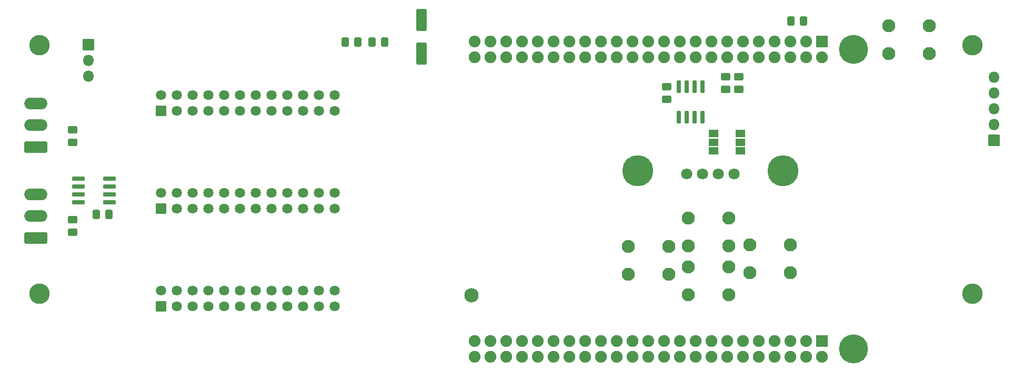
<source format=gbr>
%TF.GenerationSoftware,KiCad,Pcbnew,(6.0.7)*%
%TF.CreationDate,2022-08-24T09:29:56-04:00*%
%TF.ProjectId,BBB_16_Flex,4242425f-3136-45f4-966c-65782e6b6963,v2*%
%TF.SameCoordinates,Original*%
%TF.FileFunction,Soldermask,Top*%
%TF.FilePolarity,Negative*%
%FSLAX46Y46*%
G04 Gerber Fmt 4.6, Leading zero omitted, Abs format (unit mm)*
G04 Created by KiCad (PCBNEW (6.0.7)) date 2022-08-24 09:29:56*
%MOMM*%
%LPD*%
G01*
G04 APERTURE LIST*
G04 Aperture macros list*
%AMRoundRect*
0 Rectangle with rounded corners*
0 $1 Rounding radius*
0 $2 $3 $4 $5 $6 $7 $8 $9 X,Y pos of 4 corners*
0 Add a 4 corners polygon primitive as box body*
4,1,4,$2,$3,$4,$5,$6,$7,$8,$9,$2,$3,0*
0 Add four circle primitives for the rounded corners*
1,1,$1+$1,$2,$3*
1,1,$1+$1,$4,$5*
1,1,$1+$1,$6,$7*
1,1,$1+$1,$8,$9*
0 Add four rect primitives between the rounded corners*
20,1,$1+$1,$2,$3,$4,$5,0*
20,1,$1+$1,$4,$5,$6,$7,0*
20,1,$1+$1,$6,$7,$8,$9,0*
20,1,$1+$1,$8,$9,$2,$3,0*%
G04 Aperture macros list end*
%ADD10RoundRect,0.301000X-0.550000X1.500000X-0.550000X-1.500000X0.550000X-1.500000X0.550000X1.500000X0*%
%ADD11RoundRect,0.300999X-0.325001X-0.450001X0.325001X-0.450001X0.325001X0.450001X-0.325001X0.450001X0*%
%ADD12C,5.000000*%
%ADD13C,1.802000*%
%ADD14RoundRect,0.051000X0.850000X0.850000X-0.850000X0.850000X-0.850000X-0.850000X0.850000X-0.850000X0*%
%ADD15O,1.802000X1.802000*%
%ADD16C,3.302000*%
%ADD17RoundRect,0.300999X-0.450001X0.325001X-0.450001X-0.325001X0.450001X-0.325001X0.450001X0.325001X0*%
%ADD18RoundRect,0.300999X0.450001X-0.325001X0.450001X0.325001X-0.450001X0.325001X-0.450001X-0.325001X0*%
%ADD19RoundRect,0.201000X0.150000X-0.825000X0.150000X0.825000X-0.150000X0.825000X-0.150000X-0.825000X0*%
%ADD20RoundRect,0.301000X1.550000X-0.650000X1.550000X0.650000X-1.550000X0.650000X-1.550000X-0.650000X0*%
%ADD21O,3.702000X1.902000*%
%ADD22RoundRect,0.201000X0.825000X0.150000X-0.825000X0.150000X-0.825000X-0.150000X0.825000X-0.150000X0*%
%ADD23RoundRect,0.300999X0.325001X0.450001X-0.325001X0.450001X-0.325001X-0.450001X0.325001X-0.450001X0*%
%ADD24RoundRect,0.051000X0.750000X-0.500000X0.750000X0.500000X-0.750000X0.500000X-0.750000X-0.500000X0*%
%ADD25C,2.102000*%
%ADD26RoundRect,0.051000X-0.765000X-0.765000X0.765000X-0.765000X0.765000X0.765000X-0.765000X0.765000X0*%
%ADD27C,1.632000*%
%ADD28RoundRect,0.051000X-0.850000X-0.850000X0.850000X-0.850000X0.850000X0.850000X-0.850000X0.850000X0*%
%ADD29RoundRect,0.051000X-0.900000X-0.900000X0.900000X-0.900000X0.900000X0.900000X-0.900000X0.900000X0*%
%ADD30C,1.902000*%
%ADD31C,4.674000*%
%ADD32C,2.302000*%
G04 APERTURE END LIST*
D10*
%TO.C,C1*%
X154164000Y-73300000D03*
X154164000Y-78700000D03*
%TD*%
D11*
%TO.C,D1*%
X146201600Y-76820000D03*
X148251600Y-76820000D03*
%TD*%
D12*
%TO.C,J5*%
X189010000Y-97544000D03*
X212310000Y-97544000D03*
D13*
X196860000Y-98044000D03*
X199360000Y-98044000D03*
X201960000Y-98044000D03*
X204460000Y-98044000D03*
%TD*%
D14*
%TO.C,J4*%
X246278400Y-92671900D03*
D15*
X246278400Y-90131900D03*
X246278400Y-87591900D03*
X246278400Y-85051900D03*
X246278400Y-82511900D03*
%TD*%
D16*
%TO.C,REF\u002A\u002A*%
X92710000Y-117348000D03*
%TD*%
%TO.C,REF\u002A\u002A*%
X242824000Y-117348000D03*
%TD*%
%TO.C,REF\u002A\u002A*%
X92710000Y-77343000D03*
%TD*%
D17*
%TO.C,R4*%
X203070000Y-82420900D03*
X203070000Y-84470900D03*
%TD*%
D18*
%TO.C,C3*%
X193646600Y-86083800D03*
X193646600Y-84033800D03*
%TD*%
D19*
%TO.C,U3*%
X195551600Y-88956200D03*
X196821600Y-88956200D03*
X198091600Y-88956200D03*
X199361600Y-88956200D03*
X199361600Y-84006200D03*
X198091600Y-84006200D03*
X196821600Y-84006200D03*
X195551600Y-84006200D03*
%TD*%
D11*
%TO.C,R1*%
X141883600Y-76820000D03*
X143933600Y-76820000D03*
%TD*%
D20*
%TO.C,J7*%
X92127280Y-108386120D03*
D21*
X92127280Y-104886120D03*
X92127280Y-101386120D03*
%TD*%
D16*
%TO.C,REF\u002A\u002A*%
X242824000Y-77343000D03*
%TD*%
D18*
%TO.C,R3*%
X98015000Y-93033200D03*
X98015000Y-90983200D03*
%TD*%
D11*
%TO.C,C4*%
X213605000Y-73406000D03*
X215655000Y-73406000D03*
%TD*%
D22*
%TO.C,U2*%
X103944400Y-102625400D03*
X103944400Y-101355400D03*
X103944400Y-100085400D03*
X103944400Y-98815400D03*
X98994400Y-98815400D03*
X98994400Y-100085400D03*
X98994400Y-101355400D03*
X98994400Y-102625400D03*
%TD*%
D23*
%TO.C,C5*%
X103916800Y-104581200D03*
X101866800Y-104581200D03*
%TD*%
D20*
%TO.C,J8*%
X92147600Y-93735400D03*
D21*
X92147600Y-90235400D03*
X92147600Y-86735400D03*
%TD*%
D18*
%TO.C,R2*%
X98015000Y-107460400D03*
X98015000Y-105410400D03*
%TD*%
D24*
%TO.C,JP1*%
X205486000Y-94361000D03*
X205486000Y-92964000D03*
X205486000Y-91567000D03*
%TD*%
%TO.C,JP2*%
X201168000Y-94361000D03*
X201168000Y-92964000D03*
X201168000Y-91567000D03*
%TD*%
D25*
%TO.C,SW1*%
X235862000Y-74168000D03*
X229362000Y-74168000D03*
X229362000Y-78668000D03*
X235862000Y-78668000D03*
%TD*%
D26*
%TO.C,J2*%
X112268000Y-103632000D03*
D27*
X112268000Y-101092000D03*
X114808000Y-103632000D03*
X114808000Y-101092000D03*
X117348000Y-103632000D03*
X117348000Y-101092000D03*
X119888000Y-103632000D03*
X119888000Y-101092000D03*
X122428000Y-103632000D03*
X122428000Y-101092000D03*
X124968000Y-103632000D03*
X124968000Y-101092000D03*
X127508000Y-103632000D03*
X127508000Y-101092000D03*
X130048000Y-103632000D03*
X130048000Y-101092000D03*
X132588000Y-103632000D03*
X132588000Y-101092000D03*
X135128000Y-103632000D03*
X135128000Y-101092000D03*
X137668000Y-103632000D03*
X137668000Y-101092000D03*
X140208000Y-103632000D03*
X140208000Y-101092000D03*
%TD*%
D28*
%TO.C,J9*%
X100616000Y-77234000D03*
D15*
X100616000Y-79774000D03*
X100616000Y-82314000D03*
%TD*%
D26*
%TO.C,J1*%
X112268000Y-87884000D03*
D27*
X112268000Y-85344000D03*
X114808000Y-87884000D03*
X114808000Y-85344000D03*
X117348000Y-87884000D03*
X117348000Y-85344000D03*
X119888000Y-87884000D03*
X119888000Y-85344000D03*
X122428000Y-87884000D03*
X122428000Y-85344000D03*
X124968000Y-87884000D03*
X124968000Y-85344000D03*
X127508000Y-87884000D03*
X127508000Y-85344000D03*
X130048000Y-87884000D03*
X130048000Y-85344000D03*
X132588000Y-87884000D03*
X132588000Y-85344000D03*
X135128000Y-87884000D03*
X135128000Y-85344000D03*
X137668000Y-87884000D03*
X137668000Y-85344000D03*
X140208000Y-87884000D03*
X140208000Y-85344000D03*
%TD*%
D26*
%TO.C,J3*%
X112268000Y-119380000D03*
D27*
X112268000Y-116840000D03*
X114808000Y-119380000D03*
X114808000Y-116840000D03*
X117348000Y-119380000D03*
X117348000Y-116840000D03*
X119888000Y-119380000D03*
X119888000Y-116840000D03*
X122428000Y-119380000D03*
X122428000Y-116840000D03*
X124968000Y-119380000D03*
X124968000Y-116840000D03*
X127508000Y-119380000D03*
X127508000Y-116840000D03*
X130048000Y-119380000D03*
X130048000Y-116840000D03*
X132588000Y-119380000D03*
X132588000Y-116840000D03*
X135128000Y-119380000D03*
X135128000Y-116840000D03*
X137668000Y-119380000D03*
X137668000Y-116840000D03*
X140208000Y-119380000D03*
X140208000Y-116840000D03*
%TD*%
D29*
%TO.C,U1*%
X218567000Y-124968000D03*
D30*
X218567000Y-127508000D03*
X216027000Y-124968000D03*
X216027000Y-127508000D03*
X213487000Y-124968000D03*
X213487000Y-127508000D03*
X210947000Y-124968000D03*
X210947000Y-127508000D03*
X208407000Y-124968000D03*
X208407000Y-127508000D03*
X205867000Y-124968000D03*
X205867000Y-127508000D03*
X203327000Y-124968000D03*
X203327000Y-127508000D03*
X200787000Y-124968000D03*
X200787000Y-127508000D03*
X198247000Y-124968000D03*
X198247000Y-127508000D03*
X195707000Y-124968000D03*
X195707000Y-127508000D03*
X193167000Y-124968000D03*
X193167000Y-127508000D03*
X190627000Y-124968000D03*
X190627000Y-127508000D03*
X188087000Y-124968000D03*
X188087000Y-127508000D03*
X185547000Y-124968000D03*
X185547000Y-127508000D03*
X183007000Y-124968000D03*
X183007000Y-127508000D03*
X180467000Y-124968000D03*
X180467000Y-127508000D03*
X177927000Y-124968000D03*
X177927000Y-127508000D03*
X175387000Y-124968000D03*
X175387000Y-127508000D03*
X172847000Y-124968000D03*
X172847000Y-127508000D03*
X170307000Y-124968000D03*
X170307000Y-127508000D03*
X167767000Y-124968000D03*
X167767000Y-127508000D03*
X165227000Y-124968000D03*
X165227000Y-127508000D03*
X162687000Y-124968000D03*
X162687000Y-127508000D03*
D29*
X218567000Y-76708000D03*
D30*
X218567000Y-79248000D03*
X216027000Y-76708000D03*
X216027000Y-79248000D03*
X213487000Y-76708000D03*
X213487000Y-79248000D03*
X210947000Y-76708000D03*
X210947000Y-79248000D03*
X208407000Y-76708000D03*
X208407000Y-79248000D03*
X205867000Y-76708000D03*
X205867000Y-79248000D03*
X203327000Y-76708000D03*
X203327000Y-79248000D03*
X200787000Y-76708000D03*
X200787000Y-79248000D03*
X198247000Y-76708000D03*
X198247000Y-79248000D03*
X195707000Y-76708000D03*
X195707000Y-79248000D03*
X193167000Y-76708000D03*
X193167000Y-79248000D03*
X190627000Y-76708000D03*
X190627000Y-79248000D03*
X188087000Y-76708000D03*
X188087000Y-79248000D03*
X185547000Y-76708000D03*
X185547000Y-79248000D03*
X183007000Y-76708000D03*
X183007000Y-79248000D03*
X180467000Y-76708000D03*
X180467000Y-79248000D03*
X177927000Y-76708000D03*
X177927000Y-79248000D03*
X175387000Y-76708000D03*
X175387000Y-79248000D03*
X172847000Y-76708000D03*
X172847000Y-79248000D03*
X170307000Y-76708000D03*
X170307000Y-79248000D03*
X167767000Y-76708000D03*
X167767000Y-79248000D03*
X165227000Y-76708000D03*
X165227000Y-79248000D03*
X162687000Y-76708000D03*
X162687000Y-79248000D03*
D31*
X223647000Y-77978000D03*
X223647000Y-126238000D03*
%TD*%
D25*
%TO.C,SW5*%
X207010000Y-109474000D03*
X213510000Y-109474000D03*
X213510000Y-113974000D03*
X207010000Y-113974000D03*
%TD*%
%TO.C,SW4*%
X193952000Y-109728000D03*
X187452000Y-109728000D03*
X187452000Y-114228000D03*
X193952000Y-114228000D03*
%TD*%
%TO.C,SW2*%
X197104000Y-105156000D03*
X203604000Y-105156000D03*
X197104000Y-109656000D03*
X203604000Y-109656000D03*
%TD*%
%TO.C,SW3*%
X197104000Y-113030000D03*
X203604000Y-113030000D03*
X203604000Y-117530000D03*
X197104000Y-117530000D03*
%TD*%
D17*
%TO.C,R5*%
X205267100Y-82420900D03*
X205267100Y-84470900D03*
%TD*%
D32*
%TO.C,S2*%
X162216000Y-117634000D03*
%TD*%
M02*

</source>
